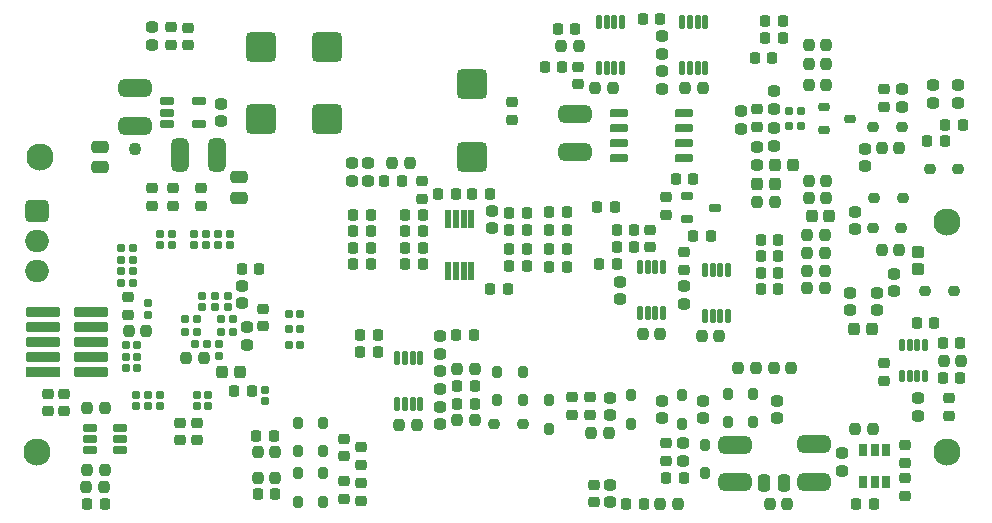
<source format=gbs>
G04*
G04 #@! TF.GenerationSoftware,Altium Limited,Altium Designer,22.6.1 (34)*
G04*
G04 Layer_Color=16711935*
%FSLAX44Y44*%
%MOMM*%
G71*
G04*
G04 #@! TF.SameCoordinates,0BC7250A-E466-409B-9AFC-A4DADF5EADDD*
G04*
G04*
G04 #@! TF.FilePolarity,Negative*
G04*
G01*
G75*
%ADD59C,1.1000*%
G04:AMPARAMS|DCode=63|XSize=0.7mm|YSize=1.1mm|CornerRadius=0.2mm|HoleSize=0mm|Usage=FLASHONLY|Rotation=180.000|XOffset=0mm|YOffset=0mm|HoleType=Round|Shape=RoundedRectangle|*
%AMROUNDEDRECTD63*
21,1,0.7000,0.7000,0,0,180.0*
21,1,0.3000,1.1000,0,0,180.0*
1,1,0.4000,-0.1500,0.3500*
1,1,0.4000,0.1500,0.3500*
1,1,0.4000,0.1500,-0.3500*
1,1,0.4000,-0.1500,-0.3500*
%
%ADD63ROUNDEDRECTD63*%
G04:AMPARAMS|DCode=65|XSize=0.85mm|YSize=0.95mm|CornerRadius=0.2375mm|HoleSize=0mm|Usage=FLASHONLY|Rotation=90.000|XOffset=0mm|YOffset=0mm|HoleType=Round|Shape=RoundedRectangle|*
%AMROUNDEDRECTD65*
21,1,0.8500,0.4750,0,0,90.0*
21,1,0.3750,0.9500,0,0,90.0*
1,1,0.4750,0.2375,0.1875*
1,1,0.4750,0.2375,-0.1875*
1,1,0.4750,-0.2375,-0.1875*
1,1,0.4750,-0.2375,0.1875*
%
%ADD65ROUNDEDRECTD65*%
G04:AMPARAMS|DCode=77|XSize=1.05mm|YSize=0.95mm|CornerRadius=0.2625mm|HoleSize=0mm|Usage=FLASHONLY|Rotation=0.000|XOffset=0mm|YOffset=0mm|HoleType=Round|Shape=RoundedRectangle|*
%AMROUNDEDRECTD77*
21,1,1.0500,0.4250,0,0,0.0*
21,1,0.5250,0.9500,0,0,0.0*
1,1,0.5250,0.2625,-0.2125*
1,1,0.5250,-0.2625,-0.2125*
1,1,0.5250,-0.2625,0.2125*
1,1,0.5250,0.2625,0.2125*
%
%ADD77ROUNDEDRECTD77*%
G04:AMPARAMS|DCode=78|XSize=1.05mm|YSize=0.95mm|CornerRadius=0.2625mm|HoleSize=0mm|Usage=FLASHONLY|Rotation=270.000|XOffset=0mm|YOffset=0mm|HoleType=Round|Shape=RoundedRectangle|*
%AMROUNDEDRECTD78*
21,1,1.0500,0.4250,0,0,270.0*
21,1,0.5250,0.9500,0,0,270.0*
1,1,0.5250,-0.2125,-0.2625*
1,1,0.5250,-0.2125,0.2625*
1,1,0.5250,0.2125,0.2625*
1,1,0.5250,0.2125,-0.2625*
%
%ADD78ROUNDEDRECTD78*%
G04:AMPARAMS|DCode=79|XSize=2.6mm|YSize=2.55mm|CornerRadius=0.4787mm|HoleSize=0mm|Usage=FLASHONLY|Rotation=180.000|XOffset=0mm|YOffset=0mm|HoleType=Round|Shape=RoundedRectangle|*
%AMROUNDEDRECTD79*
21,1,2.6000,1.5925,0,0,180.0*
21,1,1.6425,2.5500,0,0,180.0*
1,1,0.9575,-0.8213,0.7963*
1,1,0.9575,0.8213,0.7963*
1,1,0.9575,0.8213,-0.7963*
1,1,0.9575,-0.8213,-0.7963*
%
%ADD79ROUNDEDRECTD79*%
G04:AMPARAMS|DCode=80|XSize=2.8mm|YSize=1.45mm|CornerRadius=0.3875mm|HoleSize=0mm|Usage=FLASHONLY|Rotation=180.000|XOffset=0mm|YOffset=0mm|HoleType=Round|Shape=RoundedRectangle|*
%AMROUNDEDRECTD80*
21,1,2.8000,0.6750,0,0,180.0*
21,1,2.0250,1.4500,0,0,180.0*
1,1,0.7750,-1.0125,0.3375*
1,1,0.7750,1.0125,0.3375*
1,1,0.7750,1.0125,-0.3375*
1,1,0.7750,-1.0125,-0.3375*
%
%ADD80ROUNDEDRECTD80*%
G04:AMPARAMS|DCode=81|XSize=0.75mm|YSize=0.65mm|CornerRadius=0.1875mm|HoleSize=0mm|Usage=FLASHONLY|Rotation=180.000|XOffset=0mm|YOffset=0mm|HoleType=Round|Shape=RoundedRectangle|*
%AMROUNDEDRECTD81*
21,1,0.7500,0.2750,0,0,180.0*
21,1,0.3750,0.6500,0,0,180.0*
1,1,0.3750,-0.1875,0.1375*
1,1,0.3750,0.1875,0.1375*
1,1,0.3750,0.1875,-0.1375*
1,1,0.3750,-0.1875,-0.1375*
%
%ADD81ROUNDEDRECTD81*%
G04:AMPARAMS|DCode=82|XSize=0.75mm|YSize=0.65mm|CornerRadius=0.1875mm|HoleSize=0mm|Usage=FLASHONLY|Rotation=90.000|XOffset=0mm|YOffset=0mm|HoleType=Round|Shape=RoundedRectangle|*
%AMROUNDEDRECTD82*
21,1,0.7500,0.2750,0,0,90.0*
21,1,0.3750,0.6500,0,0,90.0*
1,1,0.3750,0.1375,0.1875*
1,1,0.3750,0.1375,-0.1875*
1,1,0.3750,-0.1375,-0.1875*
1,1,0.3750,-0.1375,0.1875*
%
%ADD82ROUNDEDRECTD82*%
G04:AMPARAMS|DCode=84|XSize=0.75mm|YSize=0.95mm|CornerRadius=0.2125mm|HoleSize=0mm|Usage=FLASHONLY|Rotation=90.000|XOffset=0mm|YOffset=0mm|HoleType=Round|Shape=RoundedRectangle|*
%AMROUNDEDRECTD84*
21,1,0.7500,0.5250,0,0,90.0*
21,1,0.3250,0.9500,0,0,90.0*
1,1,0.4250,0.2625,0.1625*
1,1,0.4250,0.2625,-0.1625*
1,1,0.4250,-0.2625,-0.1625*
1,1,0.4250,-0.2625,0.1625*
%
%ADD84ROUNDEDRECTD84*%
G04:AMPARAMS|DCode=85|XSize=0.85mm|YSize=0.95mm|CornerRadius=0.2375mm|HoleSize=0mm|Usage=FLASHONLY|Rotation=0.000|XOffset=0mm|YOffset=0mm|HoleType=Round|Shape=RoundedRectangle|*
%AMROUNDEDRECTD85*
21,1,0.8500,0.4750,0,0,0.0*
21,1,0.3750,0.9500,0,0,0.0*
1,1,0.4750,0.1875,-0.2375*
1,1,0.4750,-0.1875,-0.2375*
1,1,0.4750,-0.1875,0.2375*
1,1,0.4750,0.1875,0.2375*
%
%ADD85ROUNDEDRECTD85*%
G04:AMPARAMS|DCode=86|XSize=1.08mm|YSize=1.02mm|CornerRadius=0.28mm|HoleSize=0mm|Usage=FLASHONLY|Rotation=270.000|XOffset=0mm|YOffset=0mm|HoleType=Round|Shape=RoundedRectangle|*
%AMROUNDEDRECTD86*
21,1,1.0800,0.4600,0,0,270.0*
21,1,0.5200,1.0200,0,0,270.0*
1,1,0.5600,-0.2300,-0.2600*
1,1,0.5600,-0.2300,0.2600*
1,1,0.5600,0.2300,0.2600*
1,1,0.5600,0.2300,-0.2600*
%
%ADD86ROUNDEDRECTD86*%
G04:AMPARAMS|DCode=87|XSize=1.08mm|YSize=1.02mm|CornerRadius=0.28mm|HoleSize=0mm|Usage=FLASHONLY|Rotation=0.000|XOffset=0mm|YOffset=0mm|HoleType=Round|Shape=RoundedRectangle|*
%AMROUNDEDRECTD87*
21,1,1.0800,0.4600,0,0,0.0*
21,1,0.5200,1.0200,0,0,0.0*
1,1,0.5600,0.2600,-0.2300*
1,1,0.5600,-0.2600,-0.2300*
1,1,0.5600,-0.2600,0.2300*
1,1,0.5600,0.2600,0.2300*
%
%ADD87ROUNDEDRECTD87*%
G04:AMPARAMS|DCode=89|XSize=0.75mm|YSize=1mm|CornerRadius=0.2125mm|HoleSize=0mm|Usage=FLASHONLY|Rotation=90.000|XOffset=0mm|YOffset=0mm|HoleType=Round|Shape=RoundedRectangle|*
%AMROUNDEDRECTD89*
21,1,0.7500,0.5750,0,0,90.0*
21,1,0.3250,1.0000,0,0,90.0*
1,1,0.4250,0.2875,0.1625*
1,1,0.4250,0.2875,-0.1625*
1,1,0.4250,-0.2875,-0.1625*
1,1,0.4250,-0.2875,0.1625*
%
%ADD89ROUNDEDRECTD89*%
G04:AMPARAMS|DCode=90|XSize=1mm|YSize=0.9mm|CornerRadius=0.25mm|HoleSize=0mm|Usage=FLASHONLY|Rotation=270.000|XOffset=0mm|YOffset=0mm|HoleType=Round|Shape=RoundedRectangle|*
%AMROUNDEDRECTD90*
21,1,1.0000,0.4000,0,0,270.0*
21,1,0.5000,0.9000,0,0,270.0*
1,1,0.5000,-0.2000,-0.2500*
1,1,0.5000,-0.2000,0.2500*
1,1,0.5000,0.2000,0.2500*
1,1,0.5000,0.2000,-0.2500*
%
%ADD90ROUNDEDRECTD90*%
G04:AMPARAMS|DCode=91|XSize=1.45mm|YSize=1.05mm|CornerRadius=0.2875mm|HoleSize=0mm|Usage=FLASHONLY|Rotation=270.000|XOffset=0mm|YOffset=0mm|HoleType=Round|Shape=RoundedRectangle|*
%AMROUNDEDRECTD91*
21,1,1.4500,0.4750,0,0,270.0*
21,1,0.8750,1.0500,0,0,270.0*
1,1,0.5750,-0.2375,-0.4375*
1,1,0.5750,-0.2375,0.4375*
1,1,0.5750,0.2375,0.4375*
1,1,0.5750,0.2375,-0.4375*
%
%ADD91ROUNDEDRECTD91*%
G04:AMPARAMS|DCode=92|XSize=1.45mm|YSize=1.05mm|CornerRadius=0.2875mm|HoleSize=0mm|Usage=FLASHONLY|Rotation=180.000|XOffset=0mm|YOffset=0mm|HoleType=Round|Shape=RoundedRectangle|*
%AMROUNDEDRECTD92*
21,1,1.4500,0.4750,0,0,180.0*
21,1,0.8750,1.0500,0,0,180.0*
1,1,0.5750,-0.4375,0.2375*
1,1,0.5750,0.4375,0.2375*
1,1,0.5750,0.4375,-0.2375*
1,1,0.5750,-0.4375,-0.2375*
%
%ADD92ROUNDEDRECTD92*%
G04:AMPARAMS|DCode=93|XSize=1mm|YSize=0.9mm|CornerRadius=0.25mm|HoleSize=0mm|Usage=FLASHONLY|Rotation=0.000|XOffset=0mm|YOffset=0mm|HoleType=Round|Shape=RoundedRectangle|*
%AMROUNDEDRECTD93*
21,1,1.0000,0.4000,0,0,0.0*
21,1,0.5000,0.9000,0,0,0.0*
1,1,0.5000,0.2500,-0.2000*
1,1,0.5000,-0.2500,-0.2000*
1,1,0.5000,-0.2500,0.2000*
1,1,0.5000,0.2500,0.2000*
%
%ADD93ROUNDEDRECTD93*%
G04:AMPARAMS|DCode=94|XSize=0.7mm|YSize=0.7mm|CornerRadius=0.125mm|HoleSize=0mm|Usage=FLASHONLY|Rotation=0.000|XOffset=0mm|YOffset=0mm|HoleType=Round|Shape=RoundedRectangle|*
%AMROUNDEDRECTD94*
21,1,0.7000,0.4500,0,0,0.0*
21,1,0.4500,0.7000,0,0,0.0*
1,1,0.2500,0.2250,-0.2250*
1,1,0.2500,-0.2250,-0.2250*
1,1,0.2500,-0.2250,0.2250*
1,1,0.2500,0.2250,0.2250*
%
%ADD94ROUNDEDRECTD94*%
G04:AMPARAMS|DCode=95|XSize=0.7mm|YSize=0.7mm|CornerRadius=0.125mm|HoleSize=0mm|Usage=FLASHONLY|Rotation=270.000|XOffset=0mm|YOffset=0mm|HoleType=Round|Shape=RoundedRectangle|*
%AMROUNDEDRECTD95*
21,1,0.7000,0.4500,0,0,270.0*
21,1,0.4500,0.7000,0,0,270.0*
1,1,0.2500,-0.2250,-0.2250*
1,1,0.2500,-0.2250,0.2250*
1,1,0.2500,0.2250,0.2250*
1,1,0.2500,0.2250,-0.2250*
%
%ADD95ROUNDEDRECTD95*%
G04:AMPARAMS|DCode=96|XSize=0.75mm|YSize=1.55mm|CornerRadius=0.2125mm|HoleSize=0mm|Usage=FLASHONLY|Rotation=270.000|XOffset=0mm|YOffset=0mm|HoleType=Round|Shape=RoundedRectangle|*
%AMROUNDEDRECTD96*
21,1,0.7500,1.1250,0,0,270.0*
21,1,0.3250,1.5500,0,0,270.0*
1,1,0.4250,-0.5625,-0.1625*
1,1,0.4250,-0.5625,0.1625*
1,1,0.4250,0.5625,0.1625*
1,1,0.4250,0.5625,-0.1625*
%
%ADD96ROUNDEDRECTD96*%
G04:AMPARAMS|DCode=98|XSize=0.48mm|YSize=1.18mm|CornerRadius=0.14mm|HoleSize=0mm|Usage=FLASHONLY|Rotation=0.000|XOffset=0mm|YOffset=0mm|HoleType=Round|Shape=RoundedRectangle|*
%AMROUNDEDRECTD98*
21,1,0.4800,0.9000,0,0,0.0*
21,1,0.2000,1.1800,0,0,0.0*
1,1,0.2800,0.1000,-0.4500*
1,1,0.2800,-0.1000,-0.4500*
1,1,0.2800,-0.1000,0.4500*
1,1,0.2800,0.1000,0.4500*
%
%ADD98ROUNDEDRECTD98*%
%ADD99O,2.0000X1.9000*%
G04:AMPARAMS|DCode=100|XSize=1.9mm|YSize=2mm|CornerRadius=0.41mm|HoleSize=0mm|Usage=FLASHONLY|Rotation=270.000|XOffset=0mm|YOffset=0mm|HoleType=Round|Shape=RoundedRectangle|*
%AMROUNDEDRECTD100*
21,1,1.9000,1.1800,0,0,270.0*
21,1,1.0800,2.0000,0,0,270.0*
1,1,0.8200,-0.5900,-0.5400*
1,1,0.8200,-0.5900,0.5400*
1,1,0.8200,0.5900,0.5400*
1,1,0.8200,0.5900,-0.5400*
%
%ADD100ROUNDEDRECTD100*%
%ADD101C,2.3000*%
G04:AMPARAMS|DCode=147|XSize=0.55mm|YSize=1.55mm|CornerRadius=0.1963mm|HoleSize=0mm|Usage=FLASHONLY|Rotation=0.000|XOffset=0mm|YOffset=0mm|HoleType=Round|Shape=RoundedRectangle|*
%AMROUNDEDRECTD147*
21,1,0.5500,1.1575,0,0,0.0*
21,1,0.1575,1.5500,0,0,0.0*
1,1,0.3925,0.0788,-0.5788*
1,1,0.3925,-0.0788,-0.5788*
1,1,0.3925,-0.0788,0.5788*
1,1,0.3925,0.0788,0.5788*
%
%ADD147ROUNDEDRECTD147*%
G04:AMPARAMS|DCode=148|XSize=0.55mm|YSize=1.1mm|CornerRadius=0.1625mm|HoleSize=0mm|Usage=FLASHONLY|Rotation=0.000|XOffset=0mm|YOffset=0mm|HoleType=Round|Shape=RoundedRectangle|*
%AMROUNDEDRECTD148*
21,1,0.5500,0.7750,0,0,0.0*
21,1,0.2250,1.1000,0,0,0.0*
1,1,0.3250,0.1125,-0.3875*
1,1,0.3250,-0.1125,-0.3875*
1,1,0.3250,-0.1125,0.3875*
1,1,0.3250,0.1125,0.3875*
%
%ADD148ROUNDEDRECTD148*%
G04:AMPARAMS|DCode=149|XSize=0.7mm|YSize=1.2mm|CornerRadius=0.2mm|HoleSize=0mm|Usage=FLASHONLY|Rotation=90.000|XOffset=0mm|YOffset=0mm|HoleType=Round|Shape=RoundedRectangle|*
%AMROUNDEDRECTD149*
21,1,0.7000,0.8000,0,0,90.0*
21,1,0.3000,1.2000,0,0,90.0*
1,1,0.4000,0.4000,0.1500*
1,1,0.4000,0.4000,-0.1500*
1,1,0.4000,-0.4000,-0.1500*
1,1,0.4000,-0.4000,0.1500*
%
%ADD149ROUNDEDRECTD149*%
G04:AMPARAMS|DCode=150|XSize=2.8956mm|YSize=0.8382mm|CornerRadius=0.235mm|HoleSize=0mm|Usage=FLASHONLY|Rotation=0.000|XOffset=0mm|YOffset=0mm|HoleType=Round|Shape=RoundedRectangle|*
%AMROUNDEDRECTD150*
21,1,2.8956,0.3683,0,0,0.0*
21,1,2.4257,0.8382,0,0,0.0*
1,1,0.4699,1.2129,-0.1842*
1,1,0.4699,-1.2129,-0.1842*
1,1,0.4699,-1.2129,0.1842*
1,1,0.4699,1.2129,0.1842*
%
%ADD150ROUNDEDRECTD150*%
%ADD151R,2.8956X0.8382*%
G04:AMPARAMS|DCode=152|XSize=0.72mm|YSize=0.66mm|CornerRadius=0.19mm|HoleSize=0mm|Usage=FLASHONLY|Rotation=90.000|XOffset=0mm|YOffset=0mm|HoleType=Round|Shape=RoundedRectangle|*
%AMROUNDEDRECTD152*
21,1,0.7200,0.2800,0,0,90.0*
21,1,0.3400,0.6600,0,0,90.0*
1,1,0.3800,0.1400,0.1700*
1,1,0.3800,0.1400,-0.1700*
1,1,0.3800,-0.1400,-0.1700*
1,1,0.3800,-0.1400,0.1700*
%
%ADD152ROUNDEDRECTD152*%
G04:AMPARAMS|DCode=153|XSize=2.8mm|YSize=1.45mm|CornerRadius=0.3875mm|HoleSize=0mm|Usage=FLASHONLY|Rotation=90.000|XOffset=0mm|YOffset=0mm|HoleType=Round|Shape=RoundedRectangle|*
%AMROUNDEDRECTD153*
21,1,2.8000,0.6750,0,0,90.0*
21,1,2.0250,1.4500,0,0,90.0*
1,1,0.7750,0.3375,1.0125*
1,1,0.7750,0.3375,-1.0125*
1,1,0.7750,-0.3375,-1.0125*
1,1,0.7750,-0.3375,1.0125*
%
%ADD153ROUNDEDRECTD153*%
D59*
X107500Y316500D02*
D03*
D63*
X724500Y35000D02*
D03*
X734000D02*
D03*
X743500D02*
D03*
Y62000D02*
D03*
X734000D02*
D03*
X724500D02*
D03*
D65*
X781000Y300000D02*
D03*
X805000D02*
D03*
X777000Y196497D02*
D03*
X801000D02*
D03*
X756500Y250000D02*
D03*
X732500D02*
D03*
X757000Y334997D02*
D03*
X733000D02*
D03*
X757750Y275000D02*
D03*
X733750D02*
D03*
X412008Y84000D02*
D03*
X436008D02*
D03*
D77*
X771000Y90997D02*
D03*
Y105997D02*
D03*
X510000Y91250D02*
D03*
Y106250D02*
D03*
X572000Y52500D02*
D03*
Y67500D02*
D03*
X553752Y103750D02*
D03*
Y88750D02*
D03*
X588758D02*
D03*
Y103750D02*
D03*
X651250Y88750D02*
D03*
Y103750D02*
D03*
X725497Y316995D02*
D03*
Y301995D02*
D03*
X735750Y180000D02*
D03*
Y195000D02*
D03*
X805000Y355500D02*
D03*
Y370500D02*
D03*
X783000D02*
D03*
Y355500D02*
D03*
X717000Y263750D02*
D03*
Y248750D02*
D03*
X757000Y367500D02*
D03*
Y352500D02*
D03*
X122500Y405000D02*
D03*
Y420000D02*
D03*
X706005Y44000D02*
D03*
Y59000D02*
D03*
X180505Y340000D02*
D03*
Y355000D02*
D03*
X510000Y17500D02*
D03*
Y32500D02*
D03*
X366000Y158500D02*
D03*
Y143500D02*
D03*
Y113500D02*
D03*
Y128500D02*
D03*
X366000Y83500D02*
D03*
Y98500D02*
D03*
X305253Y290005D02*
D03*
Y305005D02*
D03*
X291250Y290005D02*
D03*
Y305005D02*
D03*
X750750Y196250D02*
D03*
Y211250D02*
D03*
X713250Y180000D02*
D03*
Y195000D02*
D03*
X634748Y303500D02*
D03*
Y318500D02*
D03*
X202502Y165998D02*
D03*
Y150997D02*
D03*
X198502Y186000D02*
D03*
Y201000D02*
D03*
X410312Y264562D02*
D03*
Y249562D02*
D03*
X554000Y367500D02*
D03*
Y382500D02*
D03*
X620747Y333500D02*
D03*
Y348500D02*
D03*
X648750Y350500D02*
D03*
Y365500D02*
D03*
Y334500D02*
D03*
Y319500D02*
D03*
X554000Y397500D02*
D03*
Y412500D02*
D03*
X518000Y189500D02*
D03*
Y204500D02*
D03*
X573000Y185500D02*
D03*
Y200500D02*
D03*
D78*
X567500Y16250D02*
D03*
X552500D02*
D03*
X648500Y131000D02*
D03*
X663500D02*
D03*
X633500D02*
D03*
X618500D02*
D03*
X660000Y16250D02*
D03*
X645000D02*
D03*
X677000Y243750D02*
D03*
X692000D02*
D03*
X678250Y275000D02*
D03*
X693250D02*
D03*
X677000Y213750D02*
D03*
X692000D02*
D03*
X677000Y228750D02*
D03*
X692000D02*
D03*
X678250Y290000D02*
D03*
X693250D02*
D03*
X677000Y198750D02*
D03*
X692000D02*
D03*
X740000Y231492D02*
D03*
X755000D02*
D03*
X740000Y317495D02*
D03*
X755000D02*
D03*
X693250Y388750D02*
D03*
X678250D02*
D03*
X693250Y371250D02*
D03*
X678250D02*
D03*
X693250Y405000D02*
D03*
X678250D02*
D03*
X717500Y79503D02*
D03*
X732500D02*
D03*
X226500Y38503D02*
D03*
X211500D02*
D03*
X226500Y60000D02*
D03*
X211500D02*
D03*
X508750Y76250D02*
D03*
X493750D02*
D03*
X346500Y83000D02*
D03*
X331500D02*
D03*
X380508Y130000D02*
D03*
X395508D02*
D03*
X380500Y87000D02*
D03*
X395500D02*
D03*
X340500Y305000D02*
D03*
X325500D02*
D03*
X649500Y271497D02*
D03*
X634500D02*
D03*
X151000Y139500D02*
D03*
X166000D02*
D03*
X67500Y97500D02*
D03*
X82500D02*
D03*
X102500Y163000D02*
D03*
X117500D02*
D03*
X81500Y30500D02*
D03*
X66500D02*
D03*
X67500Y44990D02*
D03*
X82500D02*
D03*
X512500Y368000D02*
D03*
X497500D02*
D03*
X468500Y404000D02*
D03*
X483500D02*
D03*
X588500Y368000D02*
D03*
X573500D02*
D03*
X602500Y158000D02*
D03*
X587500D02*
D03*
X537500Y160000D02*
D03*
X552500D02*
D03*
X792502Y137576D02*
D03*
X807502D02*
D03*
D79*
X393000Y310250D02*
D03*
Y371750D02*
D03*
X270000Y341750D02*
D03*
Y403250D02*
D03*
X214508Y341750D02*
D03*
Y403250D02*
D03*
D80*
X480000Y314000D02*
D03*
Y346000D02*
D03*
X682502Y66500D02*
D03*
Y34500D02*
D03*
X615997Y34497D02*
D03*
Y66498D02*
D03*
X107500Y368500D02*
D03*
Y336500D02*
D03*
D81*
X164500Y192500D02*
D03*
Y182500D02*
D03*
X119000Y186000D02*
D03*
Y176000D02*
D03*
X178505Y141495D02*
D03*
Y151494D02*
D03*
X186500Y192500D02*
D03*
Y182500D02*
D03*
X175500D02*
D03*
Y192500D02*
D03*
D82*
X168500Y151500D02*
D03*
X158500D02*
D03*
X190500Y161500D02*
D03*
X180500D02*
D03*
X190500Y172500D02*
D03*
X180500D02*
D03*
X150000Y161500D02*
D03*
X160000D02*
D03*
X150000Y172500D02*
D03*
X160000D02*
D03*
D84*
X690750Y333000D02*
D03*
Y352000D02*
D03*
X713250Y342500D02*
D03*
D85*
X527503Y84250D02*
D03*
Y108250D02*
D03*
X590000Y42000D02*
D03*
Y66000D02*
D03*
X571255Y108250D02*
D03*
Y84250D02*
D03*
X610000Y109500D02*
D03*
Y85500D02*
D03*
X631250Y109500D02*
D03*
Y85500D02*
D03*
X246000Y18000D02*
D03*
Y42000D02*
D03*
X267000D02*
D03*
Y18000D02*
D03*
X246000Y85000D02*
D03*
Y61000D02*
D03*
X267000D02*
D03*
Y85000D02*
D03*
X436000Y104000D02*
D03*
Y128000D02*
D03*
X458000Y80000D02*
D03*
Y104000D02*
D03*
X414000D02*
D03*
Y128000D02*
D03*
D86*
X196402Y127992D02*
D03*
X181602D02*
D03*
X731400Y163997D02*
D03*
X716600D02*
D03*
X634600Y287000D02*
D03*
X649400D02*
D03*
X695650Y260000D02*
D03*
X680850D02*
D03*
X664650Y303498D02*
D03*
X649850D02*
D03*
D87*
X771002Y215100D02*
D03*
Y229900D02*
D03*
D89*
X575250Y257500D02*
D03*
Y276500D02*
D03*
X598750Y267000D02*
D03*
D90*
X298500Y145000D02*
D03*
X313500D02*
D03*
X637500Y197992D02*
D03*
X652500D02*
D03*
X637500Y211995D02*
D03*
X652500D02*
D03*
X637500Y225997D02*
D03*
X652500D02*
D03*
X637500Y240000D02*
D03*
X652500D02*
D03*
X656500Y411000D02*
D03*
X641500D02*
D03*
X656500Y425000D02*
D03*
X641500D02*
D03*
X632500Y394000D02*
D03*
X647500D02*
D03*
X733500Y16000D02*
D03*
X718500D02*
D03*
X211500Y24500D02*
D03*
X226500D02*
D03*
X210500Y74000D02*
D03*
X225500D02*
D03*
X523750Y16250D02*
D03*
X538750D02*
D03*
X313500Y159000D02*
D03*
X298500D02*
D03*
X379500D02*
D03*
X394500D02*
D03*
X395500Y101000D02*
D03*
X380500D02*
D03*
X572500Y38000D02*
D03*
X557500D02*
D03*
X395500Y115997D02*
D03*
X380500D02*
D03*
X778500Y323231D02*
D03*
X793500D02*
D03*
X793500Y337234D02*
D03*
X808500D02*
D03*
X458500Y217000D02*
D03*
X473500D02*
D03*
X458500Y248000D02*
D03*
X473500D02*
D03*
X307500Y261000D02*
D03*
X292500D02*
D03*
X307500Y233000D02*
D03*
X292500D02*
D03*
X439750Y217250D02*
D03*
X424750D02*
D03*
X439750Y248125D02*
D03*
X424750D02*
D03*
X336250Y261000D02*
D03*
X351250D02*
D03*
X336250Y233000D02*
D03*
X351250D02*
D03*
X458500Y232000D02*
D03*
X473500D02*
D03*
X458500Y263000D02*
D03*
X473500D02*
D03*
X307500Y247000D02*
D03*
X292500D02*
D03*
X307500Y219000D02*
D03*
X292500D02*
D03*
X439750Y231875D02*
D03*
X424750D02*
D03*
X439750Y262750D02*
D03*
X424750D02*
D03*
X336250Y247000D02*
D03*
X351250D02*
D03*
X336250Y219000D02*
D03*
X351250D02*
D03*
X333500Y290000D02*
D03*
X318500D02*
D03*
X595500Y243000D02*
D03*
X580500D02*
D03*
X213000Y215503D02*
D03*
X198000D02*
D03*
X67500Y16500D02*
D03*
X82500D02*
D03*
X191500Y112000D02*
D03*
X206500D02*
D03*
X408062Y279000D02*
D03*
X393062D02*
D03*
X408250Y198503D02*
D03*
X423250D02*
D03*
X379625Y279000D02*
D03*
X364625D02*
D03*
X565500Y291000D02*
D03*
X580500D02*
D03*
X469500Y386000D02*
D03*
X454500D02*
D03*
X537500Y427000D02*
D03*
X552500D02*
D03*
X465500Y418000D02*
D03*
X480500D02*
D03*
X514000Y268000D02*
D03*
X499000D02*
D03*
X515500Y248000D02*
D03*
X530500D02*
D03*
X515500Y219000D02*
D03*
X500500D02*
D03*
X530500Y234000D02*
D03*
X515500D02*
D03*
X769500Y169000D02*
D03*
X784500D02*
D03*
X806502Y152079D02*
D03*
X791502D02*
D03*
X806502Y123073D02*
D03*
X791502D02*
D03*
D91*
X640000Y33750D02*
D03*
X657500D02*
D03*
D92*
X196000Y275250D02*
D03*
Y292750D02*
D03*
X78000Y318750D02*
D03*
Y301250D02*
D03*
D93*
X742000Y367500D02*
D03*
Y352500D02*
D03*
X138502Y420000D02*
D03*
Y405000D02*
D03*
X153000Y404500D02*
D03*
Y419500D02*
D03*
X760003Y23000D02*
D03*
Y38000D02*
D03*
Y66003D02*
D03*
Y51003D02*
D03*
X299000Y18500D02*
D03*
Y33500D02*
D03*
X285000Y35500D02*
D03*
Y20500D02*
D03*
X299000Y49500D02*
D03*
Y64500D02*
D03*
X285000Y56500D02*
D03*
Y71500D02*
D03*
X495997Y17500D02*
D03*
Y32500D02*
D03*
X478000Y91500D02*
D03*
Y106500D02*
D03*
X493000Y91500D02*
D03*
Y106500D02*
D03*
X557000Y67500D02*
D03*
Y52500D02*
D03*
X164000Y283500D02*
D03*
Y268500D02*
D03*
X557747Y276000D02*
D03*
Y261000D02*
D03*
X122500Y268750D02*
D03*
Y283750D02*
D03*
X140000D02*
D03*
Y268750D02*
D03*
X160000Y70000D02*
D03*
Y85000D02*
D03*
X145997Y85000D02*
D03*
Y70000D02*
D03*
X216505Y166500D02*
D03*
Y181500D02*
D03*
X102000Y176500D02*
D03*
Y191500D02*
D03*
X47997Y94497D02*
D03*
Y109497D02*
D03*
X33995Y94497D02*
D03*
Y109497D02*
D03*
X351000Y274750D02*
D03*
Y289750D02*
D03*
X634750Y350500D02*
D03*
Y335500D02*
D03*
X427000Y341500D02*
D03*
Y356500D02*
D03*
X483000Y371500D02*
D03*
Y386500D02*
D03*
X544000Y248500D02*
D03*
Y233500D02*
D03*
X573000Y214500D02*
D03*
Y229500D02*
D03*
X742000Y135500D02*
D03*
Y120500D02*
D03*
X797000Y90500D02*
D03*
Y105500D02*
D03*
D94*
X129000Y108300D02*
D03*
Y98700D02*
D03*
X108997D02*
D03*
Y108300D02*
D03*
X158005Y244800D02*
D03*
Y235200D02*
D03*
X139002Y244800D02*
D03*
Y235200D02*
D03*
X129000Y244800D02*
D03*
Y235200D02*
D03*
X170002Y98700D02*
D03*
Y108300D02*
D03*
X160000D02*
D03*
Y98700D02*
D03*
X218000Y112800D02*
D03*
Y103200D02*
D03*
X188013Y235200D02*
D03*
Y244800D02*
D03*
X168008D02*
D03*
Y235200D02*
D03*
X178010D02*
D03*
Y244800D02*
D03*
X119000Y108300D02*
D03*
Y98700D02*
D03*
D95*
X109800Y141000D02*
D03*
X100200D02*
D03*
X96200Y233000D02*
D03*
X105800D02*
D03*
X247800Y177000D02*
D03*
X238200D02*
D03*
X105800Y223000D02*
D03*
X96200D02*
D03*
X105800Y213000D02*
D03*
X96200D02*
D03*
X109800Y131000D02*
D03*
X100200D02*
D03*
X238200Y151000D02*
D03*
X247800D02*
D03*
X238200Y164000D02*
D03*
X247800D02*
D03*
X96200Y203000D02*
D03*
X105800D02*
D03*
X109800Y151000D02*
D03*
X100200D02*
D03*
D96*
X517750Y308950D02*
D03*
Y321650D02*
D03*
Y334350D02*
D03*
Y347050D02*
D03*
X572250Y308950D02*
D03*
Y321650D02*
D03*
Y334350D02*
D03*
Y347050D02*
D03*
D98*
X609750Y175625D02*
D03*
X603250D02*
D03*
X596750D02*
D03*
X590250D02*
D03*
X609750Y214375D02*
D03*
X603250D02*
D03*
X596750D02*
D03*
X590250D02*
D03*
X329753Y139372D02*
D03*
X336253D02*
D03*
X342752D02*
D03*
X349253D02*
D03*
X329753Y100622D02*
D03*
X336253D02*
D03*
X342752D02*
D03*
X349253D02*
D03*
X571250Y424378D02*
D03*
X577750D02*
D03*
X584250D02*
D03*
X590750D02*
D03*
X571250Y385628D02*
D03*
X577750D02*
D03*
X584250D02*
D03*
X590750D02*
D03*
X520255Y385625D02*
D03*
X513755D02*
D03*
X507255D02*
D03*
X500755D02*
D03*
X520255Y424375D02*
D03*
X513755D02*
D03*
X507255D02*
D03*
X500755D02*
D03*
X535250Y216375D02*
D03*
X541750D02*
D03*
X548250D02*
D03*
X554750D02*
D03*
X535250Y177625D02*
D03*
X541750D02*
D03*
X548250D02*
D03*
X554750D02*
D03*
D99*
X25000Y238500D02*
D03*
Y213100D02*
D03*
D100*
Y263900D02*
D03*
D101*
X24999Y60000D02*
D03*
X795000D02*
D03*
Y255000D02*
D03*
X26999Y310000D02*
D03*
D147*
X392497Y213000D02*
D03*
X385997D02*
D03*
X379497D02*
D03*
X372997D02*
D03*
X392497Y257000D02*
D03*
X385997D02*
D03*
X379497D02*
D03*
X372997D02*
D03*
D148*
X757250Y150500D02*
D03*
Y124500D02*
D03*
X776750Y150500D02*
D03*
X770250D02*
D03*
X763750D02*
D03*
Y124500D02*
D03*
X770250D02*
D03*
X776750D02*
D03*
D149*
X95500Y80492D02*
D03*
Y70992D02*
D03*
Y61492D02*
D03*
X69500D02*
D03*
Y70992D02*
D03*
Y80492D02*
D03*
X161752Y338000D02*
D03*
Y357000D02*
D03*
X135252D02*
D03*
Y347500D02*
D03*
Y338000D02*
D03*
D150*
X70320Y178400D02*
D03*
Y165700D02*
D03*
X29680Y153000D02*
D03*
X70320Y140300D02*
D03*
Y127600D02*
D03*
X70320Y153000D02*
D03*
X29680Y140300D02*
D03*
Y165700D02*
D03*
Y178400D02*
D03*
D151*
Y127600D02*
D03*
D152*
X671750Y349000D02*
D03*
X661750D02*
D03*
X671750Y336000D02*
D03*
X661750D02*
D03*
D153*
X145505Y311497D02*
D03*
X177505D02*
D03*
M02*

</source>
